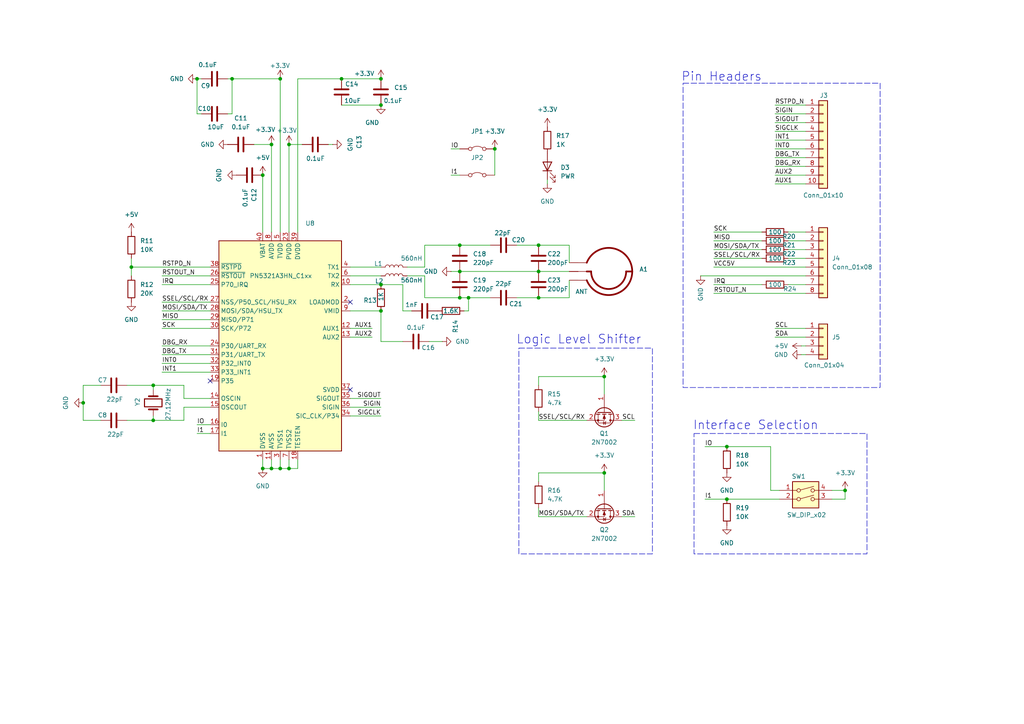
<source format=kicad_sch>
(kicad_sch (version 20231120) (generator "eeschema") (generator_version "8.0")
  (paper "A4")
  (lib_symbols
    (symbol "Connector_Generic:Conn_01x04" (pin_names (offset 1.016) hide)
      (property "Reference" "J" (at 0 5.08 0))
      (property "Value" "Conn_01x04" (at 0 -7.62 0))
      (symbol "Conn_01x04_1_1"
        (rectangle (start -1.27 -4.953) (end 0 -5.207) (stroke (width 0.1524)))
        (rectangle (start -1.27 -2.413) (end 0 -2.667) (stroke (width 0.1524)))
        (rectangle (start -1.27 0.127) (end 0 -0.127) (stroke (width 0.1524)))
        (rectangle (start -1.27 2.667) (end 0 2.413) (stroke (width 0.1524)))
        (rectangle (start -1.27 3.81) (end 1.27 -6.35) (stroke (width 0.254)) (fill (type background)))
        (pin passive line (at -5.08 2.54 0) (length 3.81) (name "Pin_1") (number "1"))
        (pin passive line (at -5.08 0 0) (length 3.81) (name "Pin_2") (number "2"))
        (pin passive line (at -5.08 -2.54 0) (length 3.81) (name "Pin_3") (number "3"))
        (pin passive line (at -5.08 -5.08 0) (length 3.81) (name "Pin_4") (number "4"))
      )
    )
    (symbol "Connector_Generic:Conn_01x08" (pin_names (offset 1.016) hide)
      (property "Reference" "J" (at 0 10.16 0))
      (property "Value" "Conn_01x08" (at 0 -12.7 0))
      (symbol "Conn_01x08_1_1"
        (rectangle (start -1.27 -10.033) (end 0 -10.287) (stroke (width 0.1524)))
        (rectangle (start -1.27 -7.493) (end 0 -7.747) (stroke (width 0.1524)))
        (rectangle (start -1.27 -4.953) (end 0 -5.207) (stroke (width 0.1524)))
        (rectangle (start -1.27 -2.413) (end 0 -2.667) (stroke (width 0.1524)))
        (rectangle (start -1.27 0.127) (end 0 -0.127) (stroke (width 0.1524)))
        (rectangle (start -1.27 2.667) (end 0 2.413) (stroke (width 0.1524)))
        (rectangle (start -1.27 5.207) (end 0 4.953) (stroke (width 0.1524)))
        (rectangle (start -1.27 7.747) (end 0 7.493) (stroke (width 0.1524)))
        (rectangle (start -1.27 8.89) (end 1.27 -11.43) (stroke (width 0.254)) (fill (type background)))
        (pin passive line (at -5.08 7.62 0) (length 3.81) (name "Pin_1") (number "1"))
        (pin passive line (at -5.08 5.08 0) (length 3.81) (name "Pin_2") (number "2"))
        (pin passive line (at -5.08 2.54 0) (length 3.81) (name "Pin_3") (number "3"))
        (pin passive line (at -5.08 0 0) (length 3.81) (name "Pin_4") (number "4"))
        (pin passive line (at -5.08 -2.54 0) (length 3.81) (name "Pin_5") (number "5"))
        (pin passive line (at -5.08 -5.08 0) (length 3.81) (name "Pin_6") (number "6"))
        (pin passive line (at -5.08 -7.62 0) (length 3.81) (name "Pin_7") (number "7"))
        (pin passive line (at -5.08 -10.16 0) (length 3.81) (name "Pin_8") (number "8"))
      )
    )
    (symbol "Connector_Generic:Conn_01x10" (pin_names (offset 1.016) hide)
      (property "Reference" "J" (at 0 12.7 0))
      (property "Value" "Conn_01x10" (at 0 -15.24 0))
      (symbol "Conn_01x10_1_1"
        (rectangle (start -1.27 -12.573) (end 0 -12.827) (stroke (width 0.1524)))
        (rectangle (start -1.27 -10.033) (end 0 -10.287) (stroke (width 0.1524)))
        (rectangle (start -1.27 -7.493) (end 0 -7.747) (stroke (width 0.1524)))
        (rectangle (start -1.27 -4.953) (end 0 -5.207) (stroke (width 0.1524)))
        (rectangle (start -1.27 -2.413) (end 0 -2.667) (stroke (width 0.1524)))
        (rectangle (start -1.27 0.127) (end 0 -0.127) (stroke (width 0.1524)))
        (rectangle (start -1.27 2.667) (end 0 2.413) (stroke (width 0.1524)))
        (rectangle (start -1.27 5.207) (end 0 4.953) (stroke (width 0.1524)))
        (rectangle (start -1.27 7.747) (end 0 7.493) (stroke (width 0.1524)))
        (rectangle (start -1.27 10.287) (end 0 10.033) (stroke (width 0.1524)))
        (rectangle (start -1.27 11.43) (end 1.27 -13.97) (stroke (width 0.254)) (fill (type background)))
        (pin passive line (at -5.08 10.16 0) (length 3.81) (name "Pin_1") (number "1"))
        (pin passive line (at -5.08 -12.7 0) (length 3.81) (name "Pin_10") (number "10"))
        (pin passive line (at -5.08 7.62 0) (length 3.81) (name "Pin_2") (number "2"))
        (pin passive line (at -5.08 5.08 0) (length 3.81) (name "Pin_3") (number "3"))
        (pin passive line (at -5.08 2.54 0) (length 3.81) (name "Pin_4") (number "4"))
        (pin passive line (at -5.08 0 0) (length 3.81) (name "Pin_5") (number "5"))
        (pin passive line (at -5.08 -2.54 0) (length 3.81) (name "Pin_6") (number "6"))
        (pin passive line (at -5.08 -5.08 0) (length 3.81) (name "Pin_7") (number "7"))
        (pin passive line (at -5.08 -7.62 0) (length 3.81) (name "Pin_8") (number "8"))
        (pin passive line (at -5.08 -10.16 0) (length 3.81) (name "Pin_9") (number "9"))
      )
    )
    (symbol "Device:C" (pin_numbers hide) (pin_names (offset 0.254))
      (property "Reference" "C" (at 0.635 2.54 0))
      (property "Value" "C" (at 0.635 -2.54 0))
      (symbol "C_0_1"
        (polyline (pts (xy -2.032 -0.762) (xy 2.032 -0.762)) (stroke (width 0.508)))
        (polyline (pts (xy -2.032 0.762) (xy 2.032 0.762)) (stroke (width 0.508)))
      )
      (symbol "C_1_1"
        (pin passive line (at 0 3.81 270) (length 2.794) (name "~") (number "1"))
        (pin passive line (at 0 -3.81 90) (length 2.794) (name "~") (number "2"))
      )
    )
    (symbol "Device:Crystal" (pin_numbers hide) (pin_names (offset 1.016) hide)
      (property "Reference" "Y" (at 0 3.81 0))
      (property "Value" "Crystal" (at 0 -3.81 0))
      (symbol "Crystal_0_1"
        (rectangle (start -1.143 2.54) (end 1.143 -2.54) (stroke (width 0.3048)))
        (polyline (pts (xy -2.54 0) (xy -1.905 0)))
        (polyline (pts (xy -1.905 -1.27) (xy -1.905 1.27)) (stroke (width 0.508)))
        (polyline (pts (xy 1.905 -1.27) (xy 1.905 1.27)) (stroke (width 0.508)))
        (polyline (pts (xy 2.54 0) (xy 1.905 0)))
      )
      (symbol "Crystal_1_1"
        (pin passive line (at -3.81 0 0) (length 1.27) (name "1") (number "1"))
        (pin passive line (at 3.81 0 180) (length 1.27) (name "2") (number "2"))
      )
    )
    (symbol "Device:L" (pin_numbers hide) (pin_names (offset 1.016) hide)
      (property "Reference" "L" (at -1.27 0 90))
      (property "Value" "L" (at 1.905 0 90))
      (symbol "L_0_1"
        (arc (start 0 -2.54) (mid 0.6323 -1.905) (end 0 -1.27))
        (arc (start 0 -1.27) (mid 0.6323 -0.635) (end 0 0))
        (arc (start 0 0) (mid 0.6323 0.635) (end 0 1.27))
        (arc (start 0 1.27) (mid 0.6323 1.905) (end 0 2.54))
      )
      (symbol "L_1_1"
        (pin passive line (at 0 3.81 270) (length 1.27) (name "1") (number "1"))
        (pin passive line (at 0 -3.81 90) (length 1.27) (name "2") (number "2"))
      )
    )
    (symbol "Device:LED" (pin_numbers hide) (pin_names (offset 1.016) hide)
      (property "Reference" "D" (at 0 2.54 0))
      (property "Value" "LED" (at 0 -2.54 0))
      (symbol "LED_0_1"
        (polyline (pts (xy -1.27 -1.27) (xy -1.27 1.27)) (stroke (width 0.254)))
        (polyline (pts (xy -1.27 0) (xy 1.27 0)))
        (polyline (pts (xy 1.27 -1.27) (xy 1.27 1.27) (xy -1.27 0) (xy 1.27 -1.27)) (stroke (width 0.254)))
        (polyline (pts (xy -3.048 -0.762) (xy -4.572 -2.286) (xy -3.81 -2.286) (xy -4.572 -2.286) (xy -4.572 -1.524)))
        (polyline (pts (xy -1.778 -0.762) (xy -3.302 -2.286) (xy -2.54 -2.286) (xy -3.302 -2.286) (xy -3.302 -1.524)))
      )
      (symbol "LED_1_1"
        (pin passive line (at -3.81 0 0) (length 2.54) (name "K") (number "1"))
        (pin passive line (at 3.81 0 180) (length 2.54) (name "A") (number "2"))
      )
    )
    (symbol "Device:R" (pin_numbers hide) (pin_names (offset 0))
      (property "Reference" "R" (at 2.032 0 90))
      (property "Value" "R" (at 0 0 90))
      (symbol "R_0_1"
        (rectangle (start -1.016 -2.54) (end 1.016 2.54) (stroke (width 0.254)))
      )
      (symbol "R_1_1"
        (pin passive line (at 0 3.81 270) (length 1.27) (name "~") (number "1"))
        (pin passive line (at 0 -3.81 90) (length 1.27) (name "~") (number "2"))
      )
    )
    (symbol "Jumper:Jumper_2_Bridged" (pin_numbers hide) (pin_names (offset 0) hide) (exclude_from_sim yes)
      (property "Reference" "JP" (at 0 1.905 0))
      (property "Value" "Jumper_2_Bridged" (at 0 -2.54 0))
      (symbol "Jumper_2_Bridged_0_0"
        (circle (center -2.032 0) (radius 0.508))
        (circle (center 2.032 0) (radius 0.508))
      )
      (symbol "Jumper_2_Bridged_0_1"
        (arc (start 1.524 0.254) (mid 0 0.762) (end -1.524 0.254))
      )
      (symbol "Jumper_2_Bridged_1_1"
        (pin passive line (at -5.08 0 0) (length 2.54) (name "A") (number "1"))
        (pin passive line (at 5.08 0 180) (length 2.54) (name "B") (number "2"))
      )
    )
    (symbol "RF_NFC:PN5321A3HN_C1xx"
      (property "Reference" "U" (at -15.24 31.75 0))
      (property "Value" "PN5321A3HN_C1xx" (at 15.24 31.75 0))
      (symbol "PN5321A3HN_C1xx_0_1"
        (rectangle (start -17.78 30.48) (end 17.78 -30.48) (stroke (width 0.254)) (fill (type background)))
      )
      (symbol "PN5321A3HN_C1xx_1_1"
        (pin power_in line (at -5.08 -33.02 90) (length 2.54) (name "DVSS") (number "1"))
        (pin input line (at 20.32 17.78 180) (length 2.54) (name "RX") (number "10"))
        (pin power_in line (at -2.54 -33.02 90) (length 2.54) (name "AVSS") (number "11"))
        (pin output line (at 20.32 5.08 180) (length 2.54) (name "AUX1") (number "12"))
        (pin output line (at 20.32 2.54 180) (length 2.54) (name "AUX2") (number "13"))
        (pin input line (at -20.32 -15.24 0) (length 2.54) (name "OSCIN") (number "14"))
        (pin output line (at -20.32 -17.78 0) (length 2.54) (name "OSCOUT") (number "15"))
        (pin passive line (at -20.32 -22.86 0) (length 2.54) (name "I0") (number "16"))
        (pin passive line (at -20.32 -25.4 0) (length 2.54) (name "I1") (number "17"))
        (pin passive line (at 5.08 -33.02 90) (length 2.54) (name "TESTEN") (number "18"))
        (pin bidirectional line (at -20.32 -10.16 0) (length 2.54) (name "P35") (number "19"))
        (pin output line (at 20.32 12.7 180) (length 2.54) (name "LOADMOD") (number "2"))
        (pin no_connect line (at 17.78 -2.54 180) (length 2.54) hide (name "N.C.") (number "20"))
        (pin no_connect line (at 17.78 -5.08 180) (length 2.54) hide (name "N.C.") (number "21"))
        (pin no_connect line (at 17.78 -7.62 180) (length 2.54) hide (name "N.C.") (number "22"))
        (pin power_in line (at 2.54 33.02 270) (length 2.54) (name "PVDD") (number "23"))
        (pin bidirectional line (at -20.32 0 0) (length 2.54) (name "P30/UART_RX") (number "24"))
        (pin bidirectional line (at -20.32 17.78 0) (length 2.54) (name "P70_IRQ") (number "25"))
        (pin output line (at -20.32 20.32 0) (length 2.54) (name "~{RSTOUT}") (number "26"))
        (pin bidirectional line (at -20.32 12.7 0) (length 2.54) (name "NSS/P50_SCL/HSU_RX") (number "27"))
        (pin bidirectional line (at -20.32 10.16 0) (length 2.54) (name "MOSI/SDA/HSU_TX") (number "28"))
        (pin bidirectional line (at -20.32 7.62 0) (length 2.54) (name "MISO/P71") (number "29"))
        (pin power_in line (at 0 -33.02 90) (length 2.54) (name "TVSS1") (number "3"))
        (pin bidirectional line (at -20.32 5.08 0) (length 2.54) (name "SCK/P72") (number "30"))
        (pin bidirectional line (at -20.32 -2.54 0) (length 2.54) (name "P31/UART_TX") (number "31"))
        (pin bidirectional line (at -20.32 -5.08 0) (length 2.54) (name "P32_INT0") (number "32"))
        (pin bidirectional line (at -20.32 -7.62 0) (length 2.54) (name "P33_INT1") (number "33"))
        (pin bidirectional line (at 20.32 -20.32 180) (length 2.54) (name "SIC_CLK/P34") (number "34"))
        (pin output line (at 20.32 -15.24 180) (length 2.54) (name "SIGOUT") (number "35"))
        (pin input line (at 20.32 -17.78 180) (length 2.54) (name "SIGIN") (number "36"))
        (pin output line (at 20.32 -12.7 180) (length 2.54) (name "SVDD") (number "37"))
        (pin input line (at -20.32 22.86 0) (length 2.54) (name "~{RSTPD}") (number "38"))
        (pin power_out line (at 5.08 33.02 270) (length 2.54) (name "DVDD") (number "39"))
        (pin output line (at 20.32 22.86 180) (length 2.54) (name "TX1") (number "4"))
        (pin power_in line (at -5.08 33.02 270) (length 2.54) (name "VBAT") (number "40"))
        (pin passive line (at -2.54 -33.02 90) (length 2.54) hide (name "AVSS") (number "41"))
        (pin power_in line (at 0 33.02 270) (length 2.54) (name "TVDD") (number "5"))
        (pin output line (at 20.32 20.32 180) (length 2.54) (name "TX2") (number "6"))
        (pin power_in line (at 2.54 -33.02 90) (length 2.54) (name "TVSS2") (number "7"))
        (pin power_in line (at -2.54 33.02 270) (length 2.54) (name "AVDD") (number "8"))
        (pin output line (at 20.32 10.16 180) (length 2.54) (name "VMID") (number "9"))
      )
    )
    (symbol "Senior Design Symbols:Antenna"
      (property "Reference" "A" (at 0 2.54 0))
      (symbol "Antenna_0_1"
        (polyline (pts (xy -2.54 2.54) (xy -2.54 5.08)))
        (polyline (pts (xy 0 2.54) (xy 0 5.08)))
        (polyline (pts (xy 2.54 2.54) (xy 2.54 5.08)))
      )
      (symbol "Antenna_1_1"
        (polyline (pts (xy 0 6.35) (xy 0 5.08)) (stroke (width 0.5)))
        (polyline (pts (xy 0 16.51) (xy 0 18.288)) (stroke (width 0.5)))
        (arc (start 0 6.35) (mid 5.08 11.43) (end 0 16.51) (stroke (width 0.5)))
        (arc (start 2.54 5.08) (mid 0 18.2692) (end -2.54 5.08) (stroke (width 0.5)))
        (pin input line (at -2.54 0 90) (length 2.54) (name "") (number ""))
        (pin input line (at 0 0 90) (length 2.54) (name "") (number ""))
        (pin input line (at 2.54 0 90) (length 2.54) (name "") (number ""))
      )
    )
    (symbol "Switch:SW_DIP_x02" (pin_names (offset 0) hide)
      (property "Reference" "SW" (at 0 6.35 0))
      (property "Value" "SW_DIP_x02" (at 0 -3.81 0))
      (symbol "SW_DIP_x02_0_0"
        (circle (center -2.032 0) (radius 0.508))
        (circle (center -2.032 2.54) (radius 0.508))
        (polyline (pts (xy -1.524 0.127) (xy 2.3622 1.1684)))
        (polyline (pts (xy -1.524 2.667) (xy 2.3622 3.7084)))
        (circle (center 2.032 0) (radius 0.508))
        (circle (center 2.032 2.54) (radius 0.508))
      )
      (symbol "SW_DIP_x02_0_1"
        (rectangle (start -3.81 5.08) (end 3.81 -2.54) (stroke (width 0.254)) (fill (type background)))
      )
      (symbol "SW_DIP_x02_1_1"
        (pin passive line (at -7.62 2.54 0) (length 5.08) (name "~") (number "1"))
        (pin passive line (at -7.62 0 0) (length 5.08) (name "~") (number "2"))
        (pin passive line (at 7.62 0 180) (length 5.08) (name "~") (number "3"))
        (pin passive line (at 7.62 2.54 180) (length 5.08) (name "~") (number "4"))
      )
    )
    (symbol "Transistor_FET:2N7002" (pin_names hide)
      (property "Reference" "Q" (at 5.08 1.905 0))
      (property "Value" "2N7002" (at 5.08 0 0))
      (symbol "2N7002_0_1"
        (polyline (pts (xy 0.254 0) (xy -2.54 0)))
        (polyline (pts (xy 0.254 1.905) (xy 0.254 -1.905)) (stroke (width 0.254)))
        (polyline (pts (xy 0.762 -1.27) (xy 0.762 -2.286)) (stroke (width 0.254)))
        (polyline (pts (xy 0.762 0.508) (xy 0.762 -0.508)) (stroke (width 0.254)))
        (polyline (pts (xy 0.762 2.286) (xy 0.762 1.27)) (stroke (width 0.254)))
        (polyline (pts (xy 2.54 2.54) (xy 2.54 1.778)))
        (polyline (pts (xy 2.54 -2.54) (xy 2.54 0) (xy 0.762 0)))
        (polyline (pts (xy 0.762 -1.778) (xy 3.302 -1.778) (xy 3.302 1.778) (xy 0.762 1.778)))
        (polyline (pts (xy 1.016 0) (xy 2.032 0.381) (xy 2.032 -0.381) (xy 1.016 0)) (fill (type outline)))
        (polyline (pts (xy 2.794 0.508) (xy 2.921 0.381) (xy 3.683 0.381) (xy 3.81 0.254)))
        (polyline (pts (xy 3.302 0.381) (xy 2.921 -0.254) (xy 3.683 -0.254) (xy 3.302 0.381)))
        (circle (center 1.651 0) (radius 2.794) (stroke (width 0.254)))
        (circle (center 2.54 -1.778) (radius 0.254) (fill (type outline)))
        (circle (center 2.54 1.778) (radius 0.254) (fill (type outline)))
      )
      (symbol "2N7002_1_1"
        (pin input line (at -5.08 0 0) (length 2.54) (name "G") (number "1"))
        (pin passive line (at 2.54 -5.08 90) (length 2.54) (name "S") (number "2"))
        (pin passive line (at 2.54 5.08 270) (length 2.54) (name "D") (number "3"))
      )
    )
    (symbol "power:+3.3V" (power) (pin_numbers hide) (pin_names (offset 0) hide)
      (property "Value" "+3.3V" (at 0 3.556 0))
      (symbol "+3.3V_0_1"
        (polyline (pts (xy -0.762 1.27) (xy 0 2.54)))
        (polyline (pts (xy 0 0) (xy 0 2.54)))
        (polyline (pts (xy 0 2.54) (xy 0.762 1.27)))
      )
      (symbol "+3.3V_1_1"
        (pin power_in line (at 0 0 90) (length 0) (name "~") (number "1"))
      )
    )
    (symbol "power:+5V" (power) (pin_numbers hide) (pin_names (offset 0) hide)
      (property "Value" "+5V" (at 0 3.556 0))
      (symbol "+5V_0_1"
        (polyline (pts (xy -0.762 1.27) (xy 0 2.54)))
        (polyline (pts (xy 0 0) (xy 0 2.54)))
        (polyline (pts (xy 0 2.54) (xy 0.762 1.27)))
      )
      (symbol "+5V_1_1"
        (pin power_in line (at 0 0 90) (length 0) (name "~") (number "1"))
      )
    )
    (symbol "power:GND" (power) (pin_numbers hide) (pin_names (offset 0) hide)
      (property "Value" "GND" (at 0 -3.81 0))
      (symbol "GND_0_1"
        (polyline (pts (xy 0 0) (xy 0 -1.27) (xy 1.27 -1.27) (xy 0 -2.54) (xy -1.27 -1.27) (xy 0 -1.27)))
      )
      (symbol "GND_1_1"
        (pin power_in line (at 0 0 270) (length 0) (name "~") (number "1"))
      )
    )
  )
  (junction (at 44.45 111.76))
  (junction (at 76.2 50.8))
  (junction (at 83.82 41.91))
  (junction (at 38.1 77.47))
  (junction (at 81.28 22.86))
  (junction (at 83.82 135.89))
  (junction (at 133.35 86.36))
  (junction (at 135.89 86.36))
  (junction (at 67.31 22.86))
  (junction (at 110.49 30.48))
  (junction (at 175.26 109.22))
  (junction (at 110.49 22.86))
  (junction (at 44.45 121.92))
  (junction (at 156.21 86.36))
  (junction (at 78.74 41.91))
  (junction (at 156.21 78.74))
  (junction (at 57.15 22.86))
  (junction (at 156.21 71.12))
  (junction (at 210.82 144.78))
  (junction (at 110.49 90.17))
  (junction (at 175.26 137.16))
  (junction (at 81.28 135.89))
  (junction (at 133.35 78.74))
  (junction (at 210.82 129.54))
  (junction (at 133.35 71.12))
  (junction (at 99.06 22.86))
  (junction (at 76.2 135.89))
  (junction (at 78.74 135.89))
  (junction (at 245.11 142.24))
  (junction (at 110.49 82.55))
  (junction (at 24.13 116.84))
  (junction (at 143.51 43.18))
  (no_connect (at 60.96 110.49))
  (no_connect (at 101.6 87.63))
  (no_connect (at 101.6 113.03))
  (wire (pts (xy 130.81 78.74) (xy 133.35 78.74)))
  (wire (pts (xy 119.38 90.17) (xy 116.84 90.17)))
  (wire (pts (xy 24.13 121.92) (xy 24.13 116.84)))
  (wire (pts (xy 44.45 120.65) (xy 44.45 121.92)))
  (wire (pts (xy 46.99 90.17) (xy 60.96 90.17)))
  (wire (pts (xy 207.01 69.85) (xy 220.98 69.85)))
  (wire (pts (xy 116.84 90.17) (xy 116.84 82.55)))
  (wire (pts (xy 83.82 41.91) (xy 83.82 67.31)))
  (wire (pts (xy 29.21 121.92) (xy 24.13 121.92)))
  (wire (pts (xy 46.99 100.33) (xy 60.96 100.33)))
  (wire (pts (xy 134.62 90.17) (xy 135.89 90.17)))
  (wire (pts (xy 46.99 87.63) (xy 60.96 87.63)))
  (wire (pts (xy 226.06 142.24) (xy 223.52 142.24)))
  (wire (pts (xy 245.11 144.78) (xy 241.3 144.78)))
  (wire (pts (xy 57.15 123.19) (xy 60.96 123.19)))
  (wire (pts (xy 38.1 74.93) (xy 38.1 77.47)))
  (wire (pts (xy 224.79 30.48) (xy 233.68 30.48)))
  (wire (pts (xy 123.19 86.36) (xy 133.35 86.36)))
  (wire (pts (xy 60.96 118.11) (xy 53.34 118.11)))
  (wire (pts (xy 66.04 22.86) (xy 67.31 22.86)))
  (wire (pts (xy 123.19 77.47) (xy 123.19 71.12)))
  (wire (pts (xy 175.26 137.16) (xy 175.26 142.24)))
  (wire (pts (xy 224.79 48.26) (xy 233.68 48.26)))
  (wire (pts (xy 38.1 80.01) (xy 38.1 77.47)))
  (wire (pts (xy 101.6 80.01) (xy 110.49 80.01)))
  (wire (pts (xy 203.2 80.01) (xy 233.68 80.01)))
  (wire (pts (xy 123.19 80.01) (xy 123.19 86.36)))
  (wire (pts (xy 38.1 77.47) (xy 60.96 77.47)))
  (wire (pts (xy 57.15 22.86) (xy 57.15 33.02)))
  (wire (pts (xy 228.6 69.85) (xy 233.68 69.85)))
  (wire (pts (xy 46.99 82.55) (xy 60.96 82.55)))
  (wire (pts (xy 101.6 90.17) (xy 110.49 90.17)))
  (wire (pts (xy 53.34 118.11) (xy 53.34 121.92)))
  (wire (pts (xy 81.28 135.89) (xy 81.28 133.35)))
  (wire (pts (xy 95.25 41.91) (xy 96.52 41.91)))
  (wire (pts (xy 232.41 100.33) (xy 233.68 100.33)))
  (wire (pts (xy 245.11 142.24) (xy 241.3 142.24)))
  (wire (pts (xy 110.49 120.65) (xy 101.6 120.65)))
  (wire (pts (xy 123.19 71.12) (xy 133.35 71.12)))
  (wire (pts (xy 184.15 121.92) (xy 180.34 121.92)))
  (wire (pts (xy 156.21 137.16) (xy 175.26 137.16)))
  (wire (pts (xy 110.49 115.57) (xy 101.6 115.57)))
  (wire (pts (xy 156.21 139.7) (xy 156.21 137.16)))
  (wire (pts (xy 83.82 135.89) (xy 83.82 133.35)))
  (wire (pts (xy 110.49 118.11) (xy 101.6 118.11)))
  (wire (pts (xy 46.99 102.87) (xy 60.96 102.87)))
  (wire (pts (xy 110.49 99.06) (xy 110.49 90.17)))
  (wire (pts (xy 81.28 22.86) (xy 67.31 22.86)))
  (wire (pts (xy 81.28 67.31) (xy 81.28 22.86)))
  (wire (pts (xy 53.34 115.57) (xy 53.34 111.76)))
  (wire (pts (xy 46.99 107.95) (xy 60.96 107.95)))
  (wire (pts (xy 156.21 147.32) (xy 156.21 149.86)))
  (wire (pts (xy 123.19 77.47) (xy 118.11 77.47)))
  (wire (pts (xy 232.41 102.87) (xy 233.68 102.87)))
  (wire (pts (xy 86.36 135.89) (xy 86.36 133.35)))
  (wire (pts (xy 73.66 41.91) (xy 78.74 41.91)))
  (wire (pts (xy 228.6 67.31) (xy 233.68 67.31)))
  (wire (pts (xy 156.21 149.86) (xy 170.18 149.86)))
  (wire (pts (xy 99.06 30.48) (xy 110.49 30.48)))
  (wire (pts (xy 83.82 135.89) (xy 86.36 135.89)))
  (wire (pts (xy 158.75 53.34) (xy 158.75 52.07)))
  (wire (pts (xy 110.49 99.06) (xy 116.84 99.06)))
  (wire (pts (xy 207.01 67.31) (xy 220.98 67.31)))
  (wire (pts (xy 46.99 95.25) (xy 60.96 95.25)))
  (wire (pts (xy 210.82 144.78) (xy 226.06 144.78)))
  (wire (pts (xy 156.21 86.36) (xy 165.1 86.36)))
  (wire (pts (xy 207.01 82.55) (xy 220.98 82.55)))
  (wire (pts (xy 24.13 111.76) (xy 29.21 111.76)))
  (wire (pts (xy 60.96 115.57) (xy 53.34 115.57)))
  (wire (pts (xy 124.46 99.06) (xy 128.27 99.06)))
  (wire (pts (xy 86.36 22.86) (xy 86.36 67.31)))
  (wire (pts (xy 99.06 22.86) (xy 110.49 22.86)))
  (wire (pts (xy 123.19 80.01) (xy 118.11 80.01)))
  (wire (pts (xy 133.35 78.74) (xy 156.21 78.74)))
  (wire (pts (xy 224.79 97.79) (xy 233.68 97.79)))
  (wire (pts (xy 36.83 121.92) (xy 44.45 121.92)))
  (wire (pts (xy 143.51 43.18) (xy 143.51 50.8)))
  (wire (pts (xy 228.6 82.55) (xy 233.68 82.55)))
  (wire (pts (xy 204.47 129.54) (xy 210.82 129.54)))
  (wire (pts (xy 224.79 43.18) (xy 233.68 43.18)))
  (wire (pts (xy 57.15 125.73) (xy 60.96 125.73)))
  (wire (pts (xy 78.74 135.89) (xy 81.28 135.89)))
  (wire (pts (xy 76.2 50.8) (xy 76.2 67.31)))
  (wire (pts (xy 224.79 33.02) (xy 233.68 33.02)))
  (wire (pts (xy 207.01 85.09) (xy 233.68 85.09)))
  (wire (pts (xy 156.21 71.12) (xy 165.1 71.12)))
  (wire (pts (xy 101.6 77.47) (xy 110.49 77.47)))
  (wire (pts (xy 66.04 33.02) (xy 67.31 33.02)))
  (wire (pts (xy 224.79 38.1) (xy 233.68 38.1)))
  (wire (pts (xy 149.86 86.36) (xy 156.21 86.36)))
  (wire (pts (xy 130.81 43.18) (xy 133.35 43.18)))
  (wire (pts (xy 204.47 144.78) (xy 210.82 144.78)))
  (wire (pts (xy 224.79 95.25) (xy 233.68 95.25)))
  (wire (pts (xy 207.01 77.47) (xy 233.68 77.47)))
  (wire (pts (xy 107.95 97.79) (xy 101.6 97.79)))
  (wire (pts (xy 44.45 113.03) (xy 44.45 111.76)))
  (wire (pts (xy 53.34 111.76) (xy 44.45 111.76)))
  (wire (pts (xy 207.01 72.39) (xy 220.98 72.39)))
  (wire (pts (xy 24.13 116.84) (xy 24.13 111.76)))
  (wire (pts (xy 175.26 109.22) (xy 175.26 114.3)))
  (wire (pts (xy 57.15 33.02) (xy 58.42 33.02)))
  (wire (pts (xy 116.84 82.55) (xy 110.49 82.55)))
  (wire (pts (xy 46.99 92.71) (xy 60.96 92.71)))
  (wire (pts (xy 81.28 135.89) (xy 83.82 135.89)))
  (wire (pts (xy 78.74 41.91) (xy 78.74 67.31)))
  (wire (pts (xy 165.1 71.12) (xy 165.1 76.2)))
  (wire (pts (xy 130.81 50.8) (xy 133.35 50.8)))
  (wire (pts (xy 44.45 111.76) (xy 36.83 111.76)))
  (wire (pts (xy 78.74 135.89) (xy 78.74 133.35)))
  (wire (pts (xy 224.79 35.56) (xy 233.68 35.56)))
  (wire (pts (xy 184.15 149.86) (xy 180.34 149.86)))
  (wire (pts (xy 135.89 86.36) (xy 135.89 90.17)))
  (wire (pts (xy 224.79 50.8) (xy 233.68 50.8)))
  (wire (pts (xy 210.82 129.54) (xy 223.52 129.54)))
  (wire (pts (xy 224.79 53.34) (xy 233.68 53.34)))
  (wire (pts (xy 87.63 41.91) (xy 83.82 41.91)))
  (wire (pts (xy 156.21 78.74) (xy 165.1 78.74)))
  (wire (pts (xy 224.79 40.64) (xy 233.68 40.64)))
  (wire (pts (xy 133.35 71.12) (xy 142.24 71.12)))
  (wire (pts (xy 46.99 80.01) (xy 60.96 80.01)))
  (wire (pts (xy 101.6 82.55) (xy 110.49 82.55)))
  (wire (pts (xy 86.36 22.86) (xy 99.06 22.86)))
  (wire (pts (xy 135.89 86.36) (xy 142.24 86.36)))
  (wire (pts (xy 245.11 142.24) (xy 245.11 144.78)))
  (wire (pts (xy 228.6 74.93) (xy 233.68 74.93)))
  (wire (pts (xy 76.2 135.89) (xy 76.2 133.35)))
  (wire (pts (xy 156.21 121.92) (xy 170.18 121.92)))
  (wire (pts (xy 228.6 72.39) (xy 233.68 72.39)))
  (wire (pts (xy 224.79 45.72) (xy 233.68 45.72)))
  (wire (pts (xy 156.21 109.22) (xy 175.26 109.22)))
  (wire (pts (xy 135.89 86.36) (xy 133.35 86.36)))
  (wire (pts (xy 223.52 142.24) (xy 223.52 129.54)))
  (wire (pts (xy 156.21 111.76) (xy 156.21 109.22)))
  (wire (pts (xy 207.01 74.93) (xy 220.98 74.93)))
  (wire (pts (xy 156.21 119.38) (xy 156.21 121.92)))
  (wire (pts (xy 107.95 95.25) (xy 101.6 95.25)))
  (wire (pts (xy 46.99 105.41) (xy 60.96 105.41)))
  (wire (pts (xy 57.15 22.86) (xy 58.42 22.86)))
  (wire (pts (xy 76.2 135.89) (xy 78.74 135.89)))
  (wire (pts (xy 165.1 81.28) (xy 165.1 86.36)))
  (wire (pts (xy 149.86 71.12) (xy 156.21 71.12)))
  (wire (pts (xy 44.45 121.92) (xy 53.34 121.92)))
  (wire (pts (xy 67.31 22.86) (xy 67.31 33.02)))
  (rectangle (start 201.295 125.73) (end 251.46 160.655) (stroke (width 0) (type dash)))
  (rectangle (start 198.12 24.13) (end 255.27 112.395) (stroke (width 0) (type dash)))
  (rectangle (start 150.495 100.965) (end 189.23 160.655) (stroke (width 0) (type dash)))
  (text "Logic Level Shifter\n" (at 167.894 98.552 0) (effects (font (size 2.54 2.54))))
  (text "Pin Headers" (at 209.296 22.352 0) (effects (font (size 2.54 2.54))))
  (text "Interface Selection" (at 219.202 123.444 0) (effects (font (size 2.54 2.54))))
  (label "IO" (at 57.15 123.19 0))
  (label "RSTPD_N" (at 46.99 77.47 0))
  (label "AUX2" (at 224.79 50.8 0))
  (label "SCL" (at 184.15 121.92 180))
  (label "SDA" (at 184.15 149.86 180))
  (label "INT1" (at 46.99 107.95 0))
  (label "RSTOUT_N" (at 207.01 85.09 0))
  (label "SCK" (at 207.01 67.31 0))
  (label "INT1" (at 224.79 40.64 0))
  (label "MOSI{slash}SDA{slash}TX" (at 207.01 72.39 0))
  (label "SIGOUT" (at 110.49 115.57 180))
  (label "AUX2" (at 107.95 97.79 180))
  (label "SSEL{slash}SCL{slash}RX" (at 207.01 74.93 0))
  (label "MISO" (at 46.99 92.71 0))
  (label "DBG_TX" (at 224.79 45.72 0))
  (label "MOSI{slash}SDA{slash}TX" (at 156.21 149.86 0))
  (label "I1" (at 204.47 144.78 0))
  (label "RSTOUT_N" (at 46.99 80.01 0))
  (label "INT0" (at 224.79 43.18 0))
  (label "DBG_TX" (at 46.99 102.87 0))
  (label "SIGIN" (at 110.49 118.11 180))
  (label "SIGCLK" (at 224.79 38.1 0))
  (label "I1" (at 57.15 125.73 0))
  (label "DBG_RX" (at 46.99 100.33 0))
  (label "SSEL{slash}SCL{slash}RX" (at 46.99 87.63 0))
  (label "AUX1" (at 224.79 53.34 0))
  (label "SSEL{slash}SCL{slash}RX" (at 156.21 121.92 0))
  (label "DBG_RX" (at 224.79 48.26 0))
  (label "SCL" (at 224.79 95.25 0))
  (label "INT0" (at 46.99 105.41 0))
  (label "AUX1" (at 107.95 95.25 180))
  (label "SIGOUT" (at 224.79 35.56 0))
  (label "SIGCLK" (at 110.49 120.65 180))
  (label "SIGIN" (at 224.79 33.02 0))
  (label "IO" (at 204.47 129.54 0))
  (label "SDA" (at 224.79 97.79 0))
  (label "VCC5V" (at 207.01 77.47 0))
  (label "I1" (at 130.81 50.8 0))
  (label "IO" (at 130.81 43.18 0))
  (label "MISO" (at 207.01 69.85 0))
  (label "IRQ" (at 207.01 82.55 0))
  (label "RSTPD_N" (at 224.79 30.48 0))
  (label "SCK" (at 46.99 95.25 0))
  (label "MOSI{slash}SDA{slash}TX" (at 46.99 90.17 0))
  (label "IRQ" (at 46.99 82.55 0))
  (symbol (lib_id "Device:R") (at 224.79 67.31 90) (unit 1)
    (property "Reference" "R20" (at 228.854 68.58 90))
    (property "Value" "100" (at 224.79 69.85 90))
    (property "Description" "Resistor" (effects (hide yes)))
  )
  (symbol (lib_id "Device:C") (at 156.21 74.93 180) (unit 1)
    (property "Reference" "C22" (at 158.75 73.66 0) (effects (justify right)))
    (property "Value" "200pF" (at 158.75 76.2 0) (effects (justify right)))
    (property "Description" "Unpolarized capacitor" (effects (hide yes)))
  )
  (symbol (lib_id "Device:R") (at 156.21 115.57 0) (unit 1)
    (property "Reference" "R15" (at 158.75 114.2999 0) (effects (justify left)))
    (property "Value" "4.7k" (at 158.75 116.8399 0) (effects (justify left)))
    (property "Description" "Resistor" (effects (hide yes)))
  )
  (symbol (lib_id "power:GND") (at 96.52 41.91 90) (unit 1)
    (property "Reference" "#PWR041" (effects (hide yes)))
    (property "Value" "GND" (at 101.6 41.91 0))
    (property "Description" "Power symbol creates a global label with name \"GND\" , ground" (effects (hide yes)))
  )
  (symbol (lib_id "power:GND") (at 203.2 80.01 0) (unit 1)
    (property "Reference" "#PWR051" (effects (hide yes)))
    (property "Value" "GND" (at 203.2 83.312 90) (effects (justify right)))
    (property "Description" "Power symbol creates a global label with name \"GND\" , ground" (effects (hide yes)))
  )
  (symbol (lib_id "Device:C") (at 146.05 86.36 90) (unit 1)
    (property "Reference" "C21" (at 149.606 88.138 90))
    (property "Value" "22pF" (at 146.05 82.296 90))
    (property "Description" "Unpolarized capacitor" (effects (hide yes)))
  )
  (symbol (lib_id "Connector_Generic:Conn_01x04") (at 238.76 97.79 0) (unit 1)
    (property "Reference" "J5" (at 241.3 97.7899 0) (effects (justify left)))
    (property "Value" "Conn_01x04" (at 233.172 105.918 0) (effects (justify left)))
    (property "Description" "Generic connector, single row, 01x04, script generated (kicad-library-utils/schlib/autogen/connector/)" (effects (hide yes)))
  )
  (symbol (lib_id "power:GND") (at 66.04 41.91 270) (unit 1)
    (property "Reference" "#PWR034" (effects (hide yes)))
    (property "Value" "GND" (at 62.23 41.9099 90) (effects (justify right)))
    (property "Description" "Power symbol creates a global label with name \"GND\" , ground" (effects (hide yes)))
  )
  (symbol (lib_id "Device:C") (at 133.35 74.93 180) (unit 1)
    (property "Reference" "C18" (at 137.16 73.6599 0) (effects (justify right)))
    (property "Value" "220pF" (at 137.16 76.1999 0) (effects (justify right)))
    (property "Description" "Unpolarized capacitor" (effects (hide yes)))
  )
  (symbol (lib_id "power:GND") (at 68.58 50.8 270) (unit 1)
    (property "Reference" "#PWR035" (effects (hide yes)))
    (property "Value" "GND" (at 63.5 50.8 0))
    (property "Description" "Power symbol creates a global label with name \"GND\" , ground" (effects (hide yes)))
  )
  (symbol (lib_id "power:+3.3V") (at 175.26 109.22 0) (unit 1)
    (property "Reference" "#PWR049" (effects (hide yes)))
    (property "Value" "+3.3V" (at 175.26 104.14 0))
    (property "Description" "Power symbol creates a global label with name \"+3.3V\"" (effects (hide yes)))
  )
  (symbol (lib_id "power:+3.3V") (at 81.28 22.86 0) (unit 1)
    (property "Reference" "#PWR039" (effects (hide yes)))
    (property "Value" "+3.3V" (at 78.232 19.05 0) (effects (justify left)))
    (property "Description" "Power symbol creates a global label with name \"+3.3V\"" (effects (hide yes)))
  )
  (symbol (lib_id "Device:R") (at 156.21 143.51 0) (unit 1)
    (property "Reference" "R16" (at 158.75 142.2399 0) (effects (justify left)))
    (property "Value" "4.7K" (at 158.75 144.7799 0) (effects (justify left)))
    (property "Description" "Resistor" (effects (hide yes)))
  )
  (symbol (lib_id "Transistor_FET:2N7002") (at 175.26 119.38 270) (unit 1)
    (property "Reference" "Q1" (at 175.26 125.73 90))
    (property "Value" "2N7002" (at 175.26 128.27 90))
    (property "Footprint" "Package_TO_SOT_SMD:SOT-23" (effects (hide yes)))
    (property "Datasheet" "https://www.onsemi.com/pub/Collateral/NDS7002A-D.PDF" (effects (hide yes)))
    (property "Description" "0.115A Id, 60V Vds, N-Channel MOSFET, SOT-23" (effects (hide yes)))
  )
  (symbol (lib_id "Device:LED") (at 158.75 48.26 90) (unit 1)
    (property "Reference" "D3" (at 162.56 48.5774 90) (effects (justify right)))
    (property "Value" "PWR" (at 162.56 51.1174 90) (effects (justify right)))
    (property "Description" "Light emitting diode" (effects (hide yes)))
  )
  (symbol (lib_id "Device:R") (at 224.79 69.85 90) (unit 1)
    (property "Reference" "R21" (at 228.854 71.12 90))
    (property "Value" "100" (at 224.79 67.31 90))
    (property "Description" "Resistor" (effects (hide yes)))
  )
  (symbol (lib_id "power:+3.3V") (at 83.82 41.91 0) (unit 1)
    (property "Reference" "#PWR040" (effects (hide yes)))
    (property "Value" "+3.3V" (at 80.264 37.846 0) (effects (justify left)))
    (property "Description" "Power symbol creates a global label with name \"+3.3V\"" (effects (hide yes)))
  )
  (symbol (lib_id "power:GND") (at 38.1 87.63 0) (unit 1)
    (property "Reference" "#PWR032" (effects (hide yes)))
    (property "Value" "GND" (at 38.1 92.71 0))
    (property "Description" "Power symbol creates a global label with name \"GND\" , ground" (effects (hide yes)))
  )
  (symbol (lib_id "power:GND") (at 76.2 135.89 0) (unit 1)
    (property "Reference" "#PWR037" (effects (hide yes)))
    (property "Value" "GND" (at 76.2 140.97 0))
    (property "Description" "Power symbol creates a global label with name \"GND\" , ground" (effects (hide yes)))
  )
  (symbol (lib_id "power:GND") (at 210.82 137.16 0) (unit 1)
    (property "Reference" "#PWR052" (effects (hide yes)))
    (property "Value" "GND" (at 210.82 142.24 0))
    (property "Description" "Power symbol creates a global label with name \"GND\" , ground" (effects (hide yes)))
  )
  (symbol (lib_id "power:GND") (at 158.75 53.34 0) (unit 1)
    (property "Reference" "#PWR048" (effects (hide yes)))
    (property "Value" "GND" (at 158.75 58.42 0))
    (property "Description" "Power symbol creates a global label with name \"GND\" , ground" (effects (hide yes)))
  )
  (symbol (lib_id "power:GND") (at 210.82 152.4 0) (unit 1)
    (property "Reference" "#PWR053" (effects (hide yes)))
    (property "Value" "GND" (at 210.82 157.48 0))
    (property "Description" "Power symbol creates a global label with name \"GND\" , ground" (effects (hide yes)))
  )
  (symbol (lib_id "Transistor_FET:2N7002") (at 175.26 147.32 270) (unit 1)
    (property "Reference" "Q2" (at 175.26 153.67 90))
    (property "Value" "2N7002" (at 175.26 156.21 90))
    (property "Footprint" "Package_TO_SOT_SMD:SOT-23" (effects (hide yes)))
    (property "Datasheet" "https://www.onsemi.com/pub/Collateral/NDS7002A-D.PDF" (effects (hide yes)))
    (property "Description" "0.115A Id, 60V Vds, N-Channel MOSFET, SOT-23" (effects (hide yes)))
  )
  (symbol (lib_id "Device:C") (at 69.85 41.91 90) (unit 1)
    (property "Reference" "C11" (at 69.85 34.29 90))
    (property "Value" "0.1uF" (at 69.85 36.83 90))
    (property "Description" "Unpolarized capacitor" (effects (hide yes)))
  )
  (symbol (lib_id "Device:L") (at 114.3 77.47 90) (unit 1)
    (property "Reference" "L1" (at 109.728 76.454 90))
    (property "Value" "560nH" (at 119.38 74.93 90))
    (property "Description" "Inductor" (effects (hide yes)))
  )
  (symbol (lib_id "Senior Design Symbols:Antenna") (at 165.1 78.74 270) (unit 1)
    (property "Reference" "A1" (at 185.42 78.1049 90) (effects (justify left)))
    (property "Value" "ANT" (at 166.878 84.582 90) (effects (justify left)))
  )
  (symbol (lib_id "Connector_Generic:Conn_01x10") (at 238.76 40.64 0) (unit 1)
    (property "Reference" "J3" (at 237.744 27.686 0) (effects (justify left)))
    (property "Value" "Conn_01x10" (at 232.918 56.642 0) (effects (justify left)))
    (property "Description" "Generic connector, single row, 01x10, script generated (kicad-library-utils/schlib/autogen/connector/)" (effects (hide yes)))
  )
  (symbol (lib_id "Device:C") (at 33.02 111.76 90) (unit 1)
    (property "Reference" "C7" (at 29.718 110.236 90))
    (property "Value" "22pF" (at 33.274 115.824 90))
    (property "Description" "Unpolarized capacitor" (effects (hide yes)))
  )
  (symbol (lib_id "Device:R") (at 130.81 90.17 270) (unit 1)
    (property "Reference" "R14" (at 132.0801 92.71 0) (effects (justify left)))
    (property "Value" "1.6K" (at 128.524 90.17 90) (effects (justify left)))
    (property "Description" "Resistor" (effects (hide yes)))
  )
  (symbol (lib_id "power:GND") (at 130.81 78.74 270) (unit 1)
    (property "Reference" "#PWR045" (effects (hide yes)))
    (property "Value" "GND" (at 127 78.7399 90) (effects (justify right)))
    (property "Description" "Power symbol creates a global label with name \"GND\" , ground" (effects (hide yes)))
  )
  (symbol (lib_id "RF_NFC:PN5321A3HN_C1xx") (at 81.28 100.33 0) (unit 1)
    (property "Reference" "U8" (at 88.5541 64.77 0) (effects (justify left)))
    (property "Value" "PN5321A3HN_C1xx" (at 72.39 80.01 0) (effects (justify left)))
    (property "Footprint" "Package_DFN_QFN:HVQFN-40-1EP_6x6mm_P0.5mm_EP4.1x4.1mm" (effects (hide yes)))
    (property "Datasheet" "https://www.nxp.com/docs/en/nxp/data-sheets/PN532_C1.pdf" (effects (hide yes)))
    (property "Description" "Near Field Communication (NFC) controller, QFN-40" (effects (hide yes)))
  )
  (symbol (lib_id "power:+3.3V") (at 143.51 43.18 0) (unit 1)
    (property "Reference" "#PWR046" (effects (hide yes)))
    (property "Value" "+3.3V" (at 143.51 38.1 0))
    (property "Description" "Power symbol creates a global label with name \"+3.3V\"" (effects (hide yes)))
  )
  (symbol (lib_id "Connector_Generic:Conn_01x08") (at 238.76 74.93 0) (unit 1)
    (property "Reference" "J4" (at 241.3 74.9299 0) (effects (justify left)))
    (property "Value" "Conn_01x08" (at 241.3 77.4699 0) (effects (justify left)))
    (property "Description" "Generic connector, single row, 01x08, script generated (kicad-library-utils/schlib/autogen/connector/)" (effects (hide yes)))
  )
  (symbol (lib_id "power:+3.3V") (at 245.11 142.24 0) (unit 1)
    (property "Reference" "#PWR056" (effects (hide yes)))
    (property "Value" "+3.3V" (at 245.11 137.16 0))
    (property "Description" "Power symbol creates a global label with name \"+3.3V\"" (effects (hide yes)))
  )
  (symbol (lib_id "Device:R") (at 224.79 82.55 90) (unit 1)
    (property "Reference" "R24" (at 229.108 83.82 90))
    (property "Value" "100" (at 224.79 82.55 90))
    (property "Description" "Resistor" (effects (hide yes)))
  )
  (symbol (lib_id "Switch:SW_DIP_x02") (at 233.68 144.78 0) (unit 1)
    (property "Reference" "SW1" (at 231.648 138.176 0))
    (property "Value" "SW_DIP_x02" (at 233.934 149.352 0))
    (property "Description" "2x DIP Switch, Single Pole Single Throw (SPST) switch, small symbol" (effects (hide yes)))
  )
  (symbol (lib_id "Device:C") (at 123.19 90.17 90) (unit 1)
    (property "Reference" "C17" (at 126.746 91.948 90))
    (property "Value" "1nF" (at 119.38 88.392 90))
    (property "Description" "Unpolarized capacitor" (effects (hide yes)))
  )
  (symbol (lib_id "power:GND") (at 232.41 102.87 270) (unit 1)
    (property "Reference" "#PWR055" (effects (hide yes)))
    (property "Value" "GND" (at 228.6 102.8699 90) (effects (justify right)))
    (property "Description" "Power symbol creates a global label with name \"GND\" , ground" (effects (hide yes)))
  )
  (symbol (lib_id "Device:R") (at 38.1 71.12 0) (unit 1)
    (property "Reference" "R11" (at 40.64 69.8499 0) (effects (justify left)))
    (property "Value" "10K" (at 40.64 72.3899 0) (effects (justify left)))
    (property "Description" "Resistor" (effects (hide yes)))
  )
  (symbol (lib_id "power:+5V") (at 38.1 67.31 0) (unit 1)
    (property "Reference" "#PWR031" (effects (hide yes)))
    (property "Value" "+5V" (at 38.1 62.23 0))
    (property "Description" "Power symbol creates a global label with name \"+5V\"" (effects (hide yes)))
  )
  (symbol (lib_id "Device:C") (at 99.06 26.67 0) (unit 1)
    (property "Reference" "C14" (at 100.076 24.384 0) (effects (justify left)))
    (property "Value" "10uF" (at 99.822 29.21 0) (effects (justify left)))
    (property "Description" "Unpolarized capacitor" (effects (hide yes)))
  )
  (symbol (lib_id "power:GND") (at 128.27 99.06 90) (unit 1)
    (property "Reference" "#PWR044" (effects (hide yes)))
    (property "Value" "GND" (at 132.08 99.0599 90) (effects (justify right)))
    (property "Description" "Power symbol creates a global label with name \"GND\" , ground" (effects (hide yes)))
  )
  (symbol (lib_id "power:+3.3V") (at 110.49 22.86 0) (unit 1)
    (property "Reference" "#PWR042" (effects (hide yes)))
    (property "Value" "+3.3V" (at 105.664 21.336 0))
    (property "Description" "Power symbol creates a global label with name \"+3.3V\"" (effects (hide yes)))
  )
  (symbol (lib_id "Device:R") (at 210.82 133.35 0) (unit 1)
    (property "Reference" "R18" (at 213.36 132.0799 0) (effects (justify left)))
    (property "Value" "10K" (at 213.36 134.6199 0) (effects (justify left)))
    (property "Description" "Resistor" (effects (hide yes)))
  )
  (symbol (lib_id "power:+3.3V") (at 78.74 41.91 0) (unit 1)
    (property "Reference" "#PWR038" (effects (hide yes)))
    (property "Value" "+3.3V" (at 76.962 37.592 0))
    (property "Description" "Power symbol creates a global label with name \"+3.3V\"" (effects (hide yes)))
  )
  (symbol (lib_id "power:+3.3V") (at 158.75 36.83 0) (unit 1)
    (property "Reference" "#PWR047" (effects (hide yes)))
    (property "Value" "+3.3V" (at 158.75 31.75 0))
    (property "Description" "Power symbol creates a global label with name \"+3.3V\"" (effects (hide yes)))
  )
  (symbol (lib_id "Device:C") (at 146.05 71.12 90) (unit 1)
    (property "Reference" "C20" (at 150.368 69.596 90))
    (property "Value" "22pF" (at 145.796 67.564 90))
    (property "Description" "Unpolarized capacitor" (effects (hide yes)))
  )
  (symbol (lib_id "power:GND") (at 110.49 30.48 0) (unit 1)
    (property "Reference" "#PWR043" (effects (hide yes)))
    (property "Value" "GND" (at 107.95 35.56 0))
    (property "Description" "Power symbol creates a global label with name \"GND\" , ground" (effects (hide yes)))
  )
  (symbol (lib_id "Device:R") (at 224.79 72.39 90) (unit 1)
    (property "Reference" "R22" (at 228.854 73.66 90))
    (property "Value" "100" (at 224.79 72.39 90))
    (property "Description" "Resistor" (effects (hide yes)))
  )
  (symbol (lib_id "Jumper:Jumper_2_Bridged") (at 138.43 43.18 0) (unit 1) (exclude_from_sim yes)
    (property "Reference" "JP1" (at 138.43 38.1 0))
    (property "Value" "Jumper_2_Bridged" (effects (hide yes)))
    (property "Description" "Jumper, 2-pole, closed/bridged" (effects (hide yes)))
  )
  (symbol (lib_id "Device:L") (at 114.3 80.01 90) (unit 1)
    (property "Reference" "L2" (at 109.982 81.534 90))
    (property "Value" "560nH" (at 119.38 81.28 90))
    (property "Description" "Inductor" (effects (hide yes)))
  )
  (symbol (lib_id "power:GND") (at 24.13 116.84 270) (unit 1)
    (property "Reference" "#PWR030" (effects (hide yes)))
    (property "Value" "GND" (at 19.05 116.84 0))
    (property "Description" "Power symbol creates a global label with name \"GND\" , ground" (effects (hide yes)))
  )
  (symbol (lib_id "power:+5V") (at 76.2 50.8 0) (unit 1)
    (property "Reference" "#PWR036" (effects (hide yes)))
    (property "Value" "+5V" (at 76.2 45.72 0))
    (property "Description" "Power symbol creates a global label with name \"+5V\"" (effects (hide yes)))
  )
  (symbol (lib_id "Device:C") (at 156.21 82.55 180) (unit 1)
    (property "Reference" "C23" (at 158.75 81.28 0) (effects (justify right)))
    (property "Value" "200pF" (at 158.75 83.82 0) (effects (justify right)))
    (property "Description" "Unpolarized capacitor" (effects (hide yes)))
  )
  (symbol (lib_id "Device:C") (at 110.49 26.67 0) (unit 1)
    (property "Reference" "C15" (at 114.3 25.3999 0) (effects (justify left)))
    (property "Value" "0.1uF" (at 111.252 29.21 0) (effects (justify left)))
    (property "Description" "Unpolarized capacitor" (effects (hide yes)))
  )
  (symbol (lib_id "power:+3.3V") (at 175.26 137.16 0) (unit 1)
    (property "Reference" "#PWR050" (effects (hide yes)))
    (property "Value" "+3.3V" (at 175.26 132.08 0))
    (property "Description" "Power symbol creates a global label with name \"+3.3V\"" (effects (hide yes)))
  )
  (symbol (lib_id "Device:C") (at 62.23 22.86 90) (unit 1)
    (property "Reference" "C9" (at 60.96 24.892 90) (effects (justify left)))
    (property "Value" "0.1uF" (at 62.992 18.796 90) (effects (justify left)))
    (property "Description" "Unpolarized capacitor" (effects (hide yes)))
  )
  (symbol (lib_id "Device:Crystal") (at 44.45 116.84 90) (unit 1)
    (property "Reference" "Y2" (at 39.878 115.316 0) (effects (justify right)))
    (property "Value" "27.12MHz" (at 48.768 112.522 0) (effects (justify right)))
    (property "Description" "Two pin crystal" (effects (hide yes)))
  )
  (symbol (lib_id "Device:R") (at 38.1 83.82 0) (unit 1)
    (property "Reference" "R12" (at 40.64 82.5499 0) (effects (justify left)))
    (property "Value" "20K" (at 40.64 85.0899 0) (effects (justify left)))
    (property "Description" "Resistor" (effects (hide yes)))
  )
  (symbol (lib_id "Device:R") (at 110.49 86.36 0) (unit 1)
    (property "Reference" "R13" (at 105.41 87.122 0) (effects (justify left)))
    (property "Value" "1K" (at 110.49 87.376 90) (effects (justify left)))
    (property "Description" "Resistor" (effects (hide yes)))
  )
  (symbol (lib_id "Device:C") (at 33.02 121.92 90) (unit 1)
    (property "Reference" "C8" (at 29.718 120.396 90))
    (property "Value" "22pF" (at 33.528 125.984 90))
    (property "Description" "Unpolarized capacitor" (effects (hide yes)))
  )
  (symbol (lib_id "power:+5V") (at 232.41 100.33 90) (unit 1)
    (property "Reference" "#PWR054" (effects (hide yes)))
    (property "Value" "+5V" (at 228.6 100.3299 90) (effects (justify left)))
    (property "Description" "Power symbol creates a global label with name \"+5V\"" (effects (hide yes)))
  )
  (symbol (lib_id "Device:C") (at 91.44 41.91 90) (unit 1)
    (property "Reference" "C13" (at 104.1399 43.18 0) (effects (justify left)))
    (property "Value" "0.1uF" (at 94.234 45.974 90) (effects (justify left)))
    (property "Description" "Unpolarized capacitor" (effects (hide yes)))
  )
  (symbol (lib_id "Device:C") (at 62.23 33.02 90) (unit 1)
    (property "Reference" "C10" (at 61.214 31.496 90) (effects (justify left)))
    (property "Value" "10uF" (at 65.024 36.83 90) (effects (justify left)))
    (property "Description" "Unpolarized capacitor" (effects (hide yes)))
  )
  (symbol (lib_id "Device:R") (at 158.75 40.64 0) (unit 1)
    (property "Reference" "R17" (at 161.29 39.3699 0) (effects (justify left)))
    (property "Value" "1K" (at 161.29 41.9099 0) (effects (justify left)))
    (property "Description" "Resistor" (effects (hide yes)))
  )
  (symbol (lib_id "Device:C") (at 133.35 82.55 180) (unit 1)
    (property "Reference" "C19" (at 137.16 81.2799 0) (effects (justify right)))
    (property "Value" "220pF" (at 137.16 83.8199 0) (effects (justify right)))
    (property "Description" "Unpolarized capacitor" (effects (hide yes)))
  )
  (symbol (lib_id "power:GND") (at 57.15 22.86 270) (unit 1)
    (property "Reference" "#PWR033" (effects (hide yes)))
    (property "Value" "GND" (at 53.34 22.8599 90) (effects (justify right)))
    (property "Description" "Power symbol creates a global label with name \"GND\" , ground" (effects (hide yes)))
  )
  (symbol (lib_id "Device:R") (at 224.79 74.93 90) (unit 1)
    (property "Reference" "R23" (at 228.854 76.2 90))
    (property "Value" "100" (at 224.79 74.93 90))
    (property "Description" "Resistor" (effects (hide yes)))
  )
  (symbol (lib_id "Device:C") (at 120.65 99.06 90) (unit 1)
    (property "Reference" "C16" (at 124.206 100.838 90))
    (property "Value" "0.1uF" (at 120.65 94.996 90))
    (property "Description" "Unpolarized capacitor" (effects (hide yes)))
  )
  (symbol (lib_id "Device:R") (at 210.82 148.59 0) (unit 1)
    (property "Reference" "R19" (at 213.36 147.3199 0) (effects (justify left)))
    (property "Value" "10K" (at 213.36 149.8599 0) (effects (justify left)))
    (property "Description" "Resistor" (effects (hide yes)))
  )
  (symbol (lib_id "Jumper:Jumper_2_Bridged") (at 138.43 50.8 0) (unit 1) (exclude_from_sim yes)
    (property "Reference" "JP2" (at 138.43 45.72 0))
    (property "Value" "Jumper_2_Bridged" (effects (hide yes)))
    (property "Description" "Jumper, 2-pole, closed/bridged" (effects (hide yes)))
  )
  (symbol (lib_id "Device:C") (at 72.39 50.8 270) (unit 1)
    (property "Reference" "C12" (at 73.6601 54.61 0) (effects (justify left)))
    (property "Value" "0.1uF" (at 71.1201 54.61 0) (effects (justify left)))
    (property "Description" "Unpolarized capacitor" (effects (hide yes)))
  )
)
</source>
